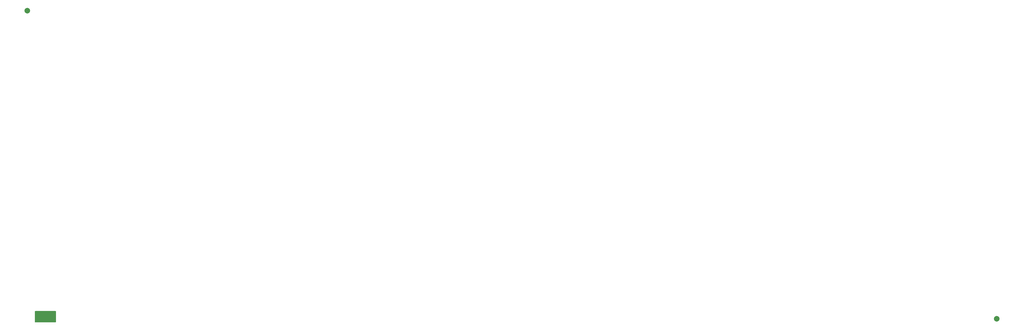
<source format=gbr>
%TF.GenerationSoftware,KiCad,Pcbnew,8.0.7*%
%TF.CreationDate,2025-01-11T20:18:22+10:30*%
%TF.ProjectId,pcb,7063622e-6b69-4636-9164-5f7063625858,1.0*%
%TF.SameCoordinates,PX1ffc7a0PYe2f9780*%
%TF.FileFunction,Soldermask,Bot*%
%TF.FilePolarity,Negative*%
%FSLAX46Y46*%
G04 Gerber Fmt 4.6, Leading zero omitted, Abs format (unit mm)*
G04 Created by KiCad (PCBNEW 8.0.7) date 2025-01-11 20:18:22*
%MOMM*%
%LPD*%
G01*
G04 APERTURE LIST*
%ADD10C,2.000000*%
G04 APERTURE END LIST*
D10*
%TO.C,FID4*%
X348000000Y2000000D03*
%TD*%
%TO.C,FID1*%
X2000000Y112000000D03*
%TD*%
G36*
X12193039Y4730315D02*
G01*
X12238794Y4677511D01*
X12250000Y4626000D01*
X12250000Y874000D01*
X12230315Y806961D01*
X12177511Y761206D01*
X12126000Y750000D01*
X4874000Y750000D01*
X4806961Y769685D01*
X4761206Y822489D01*
X4750000Y874000D01*
X4750000Y4626000D01*
X4769685Y4693039D01*
X4822489Y4738794D01*
X4874000Y4750000D01*
X12126000Y4750000D01*
X12193039Y4730315D01*
G37*
M02*

</source>
